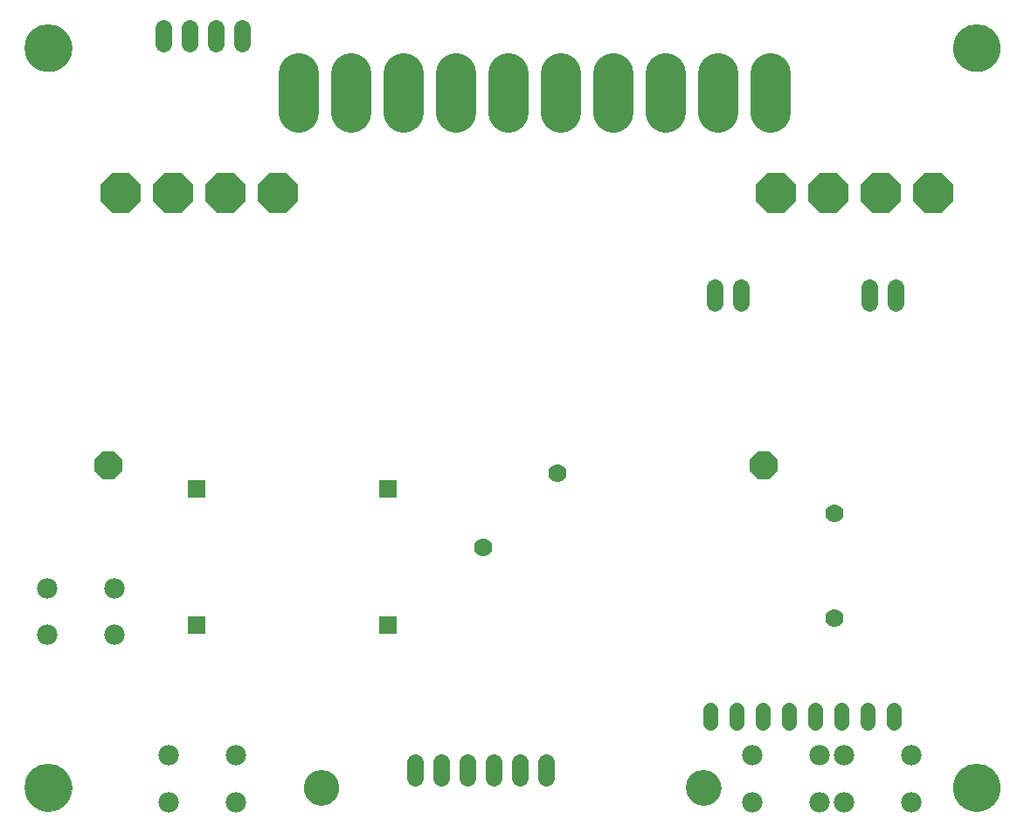
<source format=gbs>
G75*
%MOIN*%
%OFA0B0*%
%FSLAX25Y25*%
%IPPOS*%
%LPD*%
%AMOC8*
5,1,8,0,0,1.08239X$1,22.5*
%
%ADD10C,0.15400*%
%ADD11OC8,0.15400*%
%ADD12C,0.05600*%
%ADD13R,0.06896X0.06896*%
%ADD14C,0.06337*%
%ADD15C,0.00000*%
%ADD16C,0.18117*%
%ADD17C,0.06400*%
%ADD18OC8,0.10400*%
%ADD19C,0.13392*%
%ADD20C,0.07000*%
%ADD21C,0.07800*%
D10*
X0124237Y0286344D02*
X0124237Y0301344D01*
X0144237Y0301344D02*
X0144237Y0286344D01*
X0164237Y0286344D02*
X0164237Y0301344D01*
X0184237Y0301344D02*
X0184237Y0286344D01*
X0204237Y0286344D02*
X0204237Y0301344D01*
X0224237Y0301344D02*
X0224237Y0286344D01*
X0244237Y0286344D02*
X0244237Y0301344D01*
X0264237Y0301344D02*
X0264237Y0286344D01*
X0284237Y0286344D02*
X0284237Y0301344D01*
X0304237Y0301344D02*
X0304237Y0286344D01*
D11*
X0306048Y0255655D03*
X0326048Y0255655D03*
X0346048Y0255655D03*
X0366048Y0255655D03*
X0116048Y0255655D03*
X0096048Y0255655D03*
X0076048Y0255655D03*
X0056048Y0255655D03*
D12*
X0281048Y0058255D02*
X0281048Y0053055D01*
X0291048Y0053055D02*
X0291048Y0058255D01*
X0301048Y0058255D02*
X0301048Y0053055D01*
X0311048Y0053055D02*
X0311048Y0058255D01*
X0321048Y0058255D02*
X0321048Y0053055D01*
X0331048Y0053055D02*
X0331048Y0058255D01*
X0341048Y0058255D02*
X0341048Y0053055D01*
X0351048Y0053055D02*
X0351048Y0058255D01*
D13*
X0158076Y0090635D03*
X0158076Y0142604D03*
X0085241Y0142604D03*
X0085241Y0090635D03*
D14*
X0282702Y0213474D02*
X0282702Y0219411D01*
X0292702Y0219411D02*
X0292702Y0213474D01*
X0341757Y0213474D02*
X0341757Y0219411D01*
X0351757Y0219411D02*
X0351757Y0213474D01*
X0102298Y0312686D02*
X0102298Y0318623D01*
X0092298Y0318623D02*
X0092298Y0312686D01*
X0082298Y0312686D02*
X0082298Y0318623D01*
X0072298Y0318623D02*
X0072298Y0312686D01*
D15*
X0019592Y0310930D02*
X0019595Y0311147D01*
X0019603Y0311365D01*
X0019616Y0311582D01*
X0019635Y0311798D01*
X0019659Y0312014D01*
X0019688Y0312230D01*
X0019722Y0312444D01*
X0019762Y0312658D01*
X0019807Y0312871D01*
X0019857Y0313082D01*
X0019913Y0313293D01*
X0019973Y0313501D01*
X0020039Y0313709D01*
X0020110Y0313914D01*
X0020186Y0314118D01*
X0020266Y0314320D01*
X0020352Y0314520D01*
X0020442Y0314717D01*
X0020538Y0314913D01*
X0020638Y0315106D01*
X0020743Y0315296D01*
X0020852Y0315484D01*
X0020966Y0315669D01*
X0021085Y0315851D01*
X0021208Y0316031D01*
X0021335Y0316207D01*
X0021467Y0316380D01*
X0021603Y0316549D01*
X0021743Y0316716D01*
X0021887Y0316879D01*
X0022035Y0317038D01*
X0022186Y0317194D01*
X0022342Y0317345D01*
X0022501Y0317493D01*
X0022664Y0317637D01*
X0022831Y0317777D01*
X0023000Y0317913D01*
X0023173Y0318045D01*
X0023349Y0318172D01*
X0023529Y0318295D01*
X0023711Y0318414D01*
X0023896Y0318528D01*
X0024084Y0318637D01*
X0024274Y0318742D01*
X0024467Y0318842D01*
X0024663Y0318938D01*
X0024860Y0319028D01*
X0025060Y0319114D01*
X0025262Y0319194D01*
X0025466Y0319270D01*
X0025671Y0319341D01*
X0025879Y0319407D01*
X0026087Y0319467D01*
X0026298Y0319523D01*
X0026509Y0319573D01*
X0026722Y0319618D01*
X0026936Y0319658D01*
X0027150Y0319692D01*
X0027366Y0319721D01*
X0027582Y0319745D01*
X0027798Y0319764D01*
X0028015Y0319777D01*
X0028233Y0319785D01*
X0028450Y0319788D01*
X0028667Y0319785D01*
X0028885Y0319777D01*
X0029102Y0319764D01*
X0029318Y0319745D01*
X0029534Y0319721D01*
X0029750Y0319692D01*
X0029964Y0319658D01*
X0030178Y0319618D01*
X0030391Y0319573D01*
X0030602Y0319523D01*
X0030813Y0319467D01*
X0031021Y0319407D01*
X0031229Y0319341D01*
X0031434Y0319270D01*
X0031638Y0319194D01*
X0031840Y0319114D01*
X0032040Y0319028D01*
X0032237Y0318938D01*
X0032433Y0318842D01*
X0032626Y0318742D01*
X0032816Y0318637D01*
X0033004Y0318528D01*
X0033189Y0318414D01*
X0033371Y0318295D01*
X0033551Y0318172D01*
X0033727Y0318045D01*
X0033900Y0317913D01*
X0034069Y0317777D01*
X0034236Y0317637D01*
X0034399Y0317493D01*
X0034558Y0317345D01*
X0034714Y0317194D01*
X0034865Y0317038D01*
X0035013Y0316879D01*
X0035157Y0316716D01*
X0035297Y0316549D01*
X0035433Y0316380D01*
X0035565Y0316207D01*
X0035692Y0316031D01*
X0035815Y0315851D01*
X0035934Y0315669D01*
X0036048Y0315484D01*
X0036157Y0315296D01*
X0036262Y0315106D01*
X0036362Y0314913D01*
X0036458Y0314717D01*
X0036548Y0314520D01*
X0036634Y0314320D01*
X0036714Y0314118D01*
X0036790Y0313914D01*
X0036861Y0313709D01*
X0036927Y0313501D01*
X0036987Y0313293D01*
X0037043Y0313082D01*
X0037093Y0312871D01*
X0037138Y0312658D01*
X0037178Y0312444D01*
X0037212Y0312230D01*
X0037241Y0312014D01*
X0037265Y0311798D01*
X0037284Y0311582D01*
X0037297Y0311365D01*
X0037305Y0311147D01*
X0037308Y0310930D01*
X0037305Y0310713D01*
X0037297Y0310495D01*
X0037284Y0310278D01*
X0037265Y0310062D01*
X0037241Y0309846D01*
X0037212Y0309630D01*
X0037178Y0309416D01*
X0037138Y0309202D01*
X0037093Y0308989D01*
X0037043Y0308778D01*
X0036987Y0308567D01*
X0036927Y0308359D01*
X0036861Y0308151D01*
X0036790Y0307946D01*
X0036714Y0307742D01*
X0036634Y0307540D01*
X0036548Y0307340D01*
X0036458Y0307143D01*
X0036362Y0306947D01*
X0036262Y0306754D01*
X0036157Y0306564D01*
X0036048Y0306376D01*
X0035934Y0306191D01*
X0035815Y0306009D01*
X0035692Y0305829D01*
X0035565Y0305653D01*
X0035433Y0305480D01*
X0035297Y0305311D01*
X0035157Y0305144D01*
X0035013Y0304981D01*
X0034865Y0304822D01*
X0034714Y0304666D01*
X0034558Y0304515D01*
X0034399Y0304367D01*
X0034236Y0304223D01*
X0034069Y0304083D01*
X0033900Y0303947D01*
X0033727Y0303815D01*
X0033551Y0303688D01*
X0033371Y0303565D01*
X0033189Y0303446D01*
X0033004Y0303332D01*
X0032816Y0303223D01*
X0032626Y0303118D01*
X0032433Y0303018D01*
X0032237Y0302922D01*
X0032040Y0302832D01*
X0031840Y0302746D01*
X0031638Y0302666D01*
X0031434Y0302590D01*
X0031229Y0302519D01*
X0031021Y0302453D01*
X0030813Y0302393D01*
X0030602Y0302337D01*
X0030391Y0302287D01*
X0030178Y0302242D01*
X0029964Y0302202D01*
X0029750Y0302168D01*
X0029534Y0302139D01*
X0029318Y0302115D01*
X0029102Y0302096D01*
X0028885Y0302083D01*
X0028667Y0302075D01*
X0028450Y0302072D01*
X0028233Y0302075D01*
X0028015Y0302083D01*
X0027798Y0302096D01*
X0027582Y0302115D01*
X0027366Y0302139D01*
X0027150Y0302168D01*
X0026936Y0302202D01*
X0026722Y0302242D01*
X0026509Y0302287D01*
X0026298Y0302337D01*
X0026087Y0302393D01*
X0025879Y0302453D01*
X0025671Y0302519D01*
X0025466Y0302590D01*
X0025262Y0302666D01*
X0025060Y0302746D01*
X0024860Y0302832D01*
X0024663Y0302922D01*
X0024467Y0303018D01*
X0024274Y0303118D01*
X0024084Y0303223D01*
X0023896Y0303332D01*
X0023711Y0303446D01*
X0023529Y0303565D01*
X0023349Y0303688D01*
X0023173Y0303815D01*
X0023000Y0303947D01*
X0022831Y0304083D01*
X0022664Y0304223D01*
X0022501Y0304367D01*
X0022342Y0304515D01*
X0022186Y0304666D01*
X0022035Y0304822D01*
X0021887Y0304981D01*
X0021743Y0305144D01*
X0021603Y0305311D01*
X0021467Y0305480D01*
X0021335Y0305653D01*
X0021208Y0305829D01*
X0021085Y0306009D01*
X0020966Y0306191D01*
X0020852Y0306376D01*
X0020743Y0306564D01*
X0020638Y0306754D01*
X0020538Y0306947D01*
X0020442Y0307143D01*
X0020352Y0307340D01*
X0020266Y0307540D01*
X0020186Y0307742D01*
X0020110Y0307946D01*
X0020039Y0308151D01*
X0019973Y0308359D01*
X0019913Y0308567D01*
X0019857Y0308778D01*
X0019807Y0308989D01*
X0019762Y0309202D01*
X0019722Y0309416D01*
X0019688Y0309630D01*
X0019659Y0309846D01*
X0019635Y0310062D01*
X0019616Y0310278D01*
X0019603Y0310495D01*
X0019595Y0310713D01*
X0019592Y0310930D01*
X0019592Y0028450D02*
X0019595Y0028667D01*
X0019603Y0028885D01*
X0019616Y0029102D01*
X0019635Y0029318D01*
X0019659Y0029534D01*
X0019688Y0029750D01*
X0019722Y0029964D01*
X0019762Y0030178D01*
X0019807Y0030391D01*
X0019857Y0030602D01*
X0019913Y0030813D01*
X0019973Y0031021D01*
X0020039Y0031229D01*
X0020110Y0031434D01*
X0020186Y0031638D01*
X0020266Y0031840D01*
X0020352Y0032040D01*
X0020442Y0032237D01*
X0020538Y0032433D01*
X0020638Y0032626D01*
X0020743Y0032816D01*
X0020852Y0033004D01*
X0020966Y0033189D01*
X0021085Y0033371D01*
X0021208Y0033551D01*
X0021335Y0033727D01*
X0021467Y0033900D01*
X0021603Y0034069D01*
X0021743Y0034236D01*
X0021887Y0034399D01*
X0022035Y0034558D01*
X0022186Y0034714D01*
X0022342Y0034865D01*
X0022501Y0035013D01*
X0022664Y0035157D01*
X0022831Y0035297D01*
X0023000Y0035433D01*
X0023173Y0035565D01*
X0023349Y0035692D01*
X0023529Y0035815D01*
X0023711Y0035934D01*
X0023896Y0036048D01*
X0024084Y0036157D01*
X0024274Y0036262D01*
X0024467Y0036362D01*
X0024663Y0036458D01*
X0024860Y0036548D01*
X0025060Y0036634D01*
X0025262Y0036714D01*
X0025466Y0036790D01*
X0025671Y0036861D01*
X0025879Y0036927D01*
X0026087Y0036987D01*
X0026298Y0037043D01*
X0026509Y0037093D01*
X0026722Y0037138D01*
X0026936Y0037178D01*
X0027150Y0037212D01*
X0027366Y0037241D01*
X0027582Y0037265D01*
X0027798Y0037284D01*
X0028015Y0037297D01*
X0028233Y0037305D01*
X0028450Y0037308D01*
X0028667Y0037305D01*
X0028885Y0037297D01*
X0029102Y0037284D01*
X0029318Y0037265D01*
X0029534Y0037241D01*
X0029750Y0037212D01*
X0029964Y0037178D01*
X0030178Y0037138D01*
X0030391Y0037093D01*
X0030602Y0037043D01*
X0030813Y0036987D01*
X0031021Y0036927D01*
X0031229Y0036861D01*
X0031434Y0036790D01*
X0031638Y0036714D01*
X0031840Y0036634D01*
X0032040Y0036548D01*
X0032237Y0036458D01*
X0032433Y0036362D01*
X0032626Y0036262D01*
X0032816Y0036157D01*
X0033004Y0036048D01*
X0033189Y0035934D01*
X0033371Y0035815D01*
X0033551Y0035692D01*
X0033727Y0035565D01*
X0033900Y0035433D01*
X0034069Y0035297D01*
X0034236Y0035157D01*
X0034399Y0035013D01*
X0034558Y0034865D01*
X0034714Y0034714D01*
X0034865Y0034558D01*
X0035013Y0034399D01*
X0035157Y0034236D01*
X0035297Y0034069D01*
X0035433Y0033900D01*
X0035565Y0033727D01*
X0035692Y0033551D01*
X0035815Y0033371D01*
X0035934Y0033189D01*
X0036048Y0033004D01*
X0036157Y0032816D01*
X0036262Y0032626D01*
X0036362Y0032433D01*
X0036458Y0032237D01*
X0036548Y0032040D01*
X0036634Y0031840D01*
X0036714Y0031638D01*
X0036790Y0031434D01*
X0036861Y0031229D01*
X0036927Y0031021D01*
X0036987Y0030813D01*
X0037043Y0030602D01*
X0037093Y0030391D01*
X0037138Y0030178D01*
X0037178Y0029964D01*
X0037212Y0029750D01*
X0037241Y0029534D01*
X0037265Y0029318D01*
X0037284Y0029102D01*
X0037297Y0028885D01*
X0037305Y0028667D01*
X0037308Y0028450D01*
X0037305Y0028233D01*
X0037297Y0028015D01*
X0037284Y0027798D01*
X0037265Y0027582D01*
X0037241Y0027366D01*
X0037212Y0027150D01*
X0037178Y0026936D01*
X0037138Y0026722D01*
X0037093Y0026509D01*
X0037043Y0026298D01*
X0036987Y0026087D01*
X0036927Y0025879D01*
X0036861Y0025671D01*
X0036790Y0025466D01*
X0036714Y0025262D01*
X0036634Y0025060D01*
X0036548Y0024860D01*
X0036458Y0024663D01*
X0036362Y0024467D01*
X0036262Y0024274D01*
X0036157Y0024084D01*
X0036048Y0023896D01*
X0035934Y0023711D01*
X0035815Y0023529D01*
X0035692Y0023349D01*
X0035565Y0023173D01*
X0035433Y0023000D01*
X0035297Y0022831D01*
X0035157Y0022664D01*
X0035013Y0022501D01*
X0034865Y0022342D01*
X0034714Y0022186D01*
X0034558Y0022035D01*
X0034399Y0021887D01*
X0034236Y0021743D01*
X0034069Y0021603D01*
X0033900Y0021467D01*
X0033727Y0021335D01*
X0033551Y0021208D01*
X0033371Y0021085D01*
X0033189Y0020966D01*
X0033004Y0020852D01*
X0032816Y0020743D01*
X0032626Y0020638D01*
X0032433Y0020538D01*
X0032237Y0020442D01*
X0032040Y0020352D01*
X0031840Y0020266D01*
X0031638Y0020186D01*
X0031434Y0020110D01*
X0031229Y0020039D01*
X0031021Y0019973D01*
X0030813Y0019913D01*
X0030602Y0019857D01*
X0030391Y0019807D01*
X0030178Y0019762D01*
X0029964Y0019722D01*
X0029750Y0019688D01*
X0029534Y0019659D01*
X0029318Y0019635D01*
X0029102Y0019616D01*
X0028885Y0019603D01*
X0028667Y0019595D01*
X0028450Y0019592D01*
X0028233Y0019595D01*
X0028015Y0019603D01*
X0027798Y0019616D01*
X0027582Y0019635D01*
X0027366Y0019659D01*
X0027150Y0019688D01*
X0026936Y0019722D01*
X0026722Y0019762D01*
X0026509Y0019807D01*
X0026298Y0019857D01*
X0026087Y0019913D01*
X0025879Y0019973D01*
X0025671Y0020039D01*
X0025466Y0020110D01*
X0025262Y0020186D01*
X0025060Y0020266D01*
X0024860Y0020352D01*
X0024663Y0020442D01*
X0024467Y0020538D01*
X0024274Y0020638D01*
X0024084Y0020743D01*
X0023896Y0020852D01*
X0023711Y0020966D01*
X0023529Y0021085D01*
X0023349Y0021208D01*
X0023173Y0021335D01*
X0023000Y0021467D01*
X0022831Y0021603D01*
X0022664Y0021743D01*
X0022501Y0021887D01*
X0022342Y0022035D01*
X0022186Y0022186D01*
X0022035Y0022342D01*
X0021887Y0022501D01*
X0021743Y0022664D01*
X0021603Y0022831D01*
X0021467Y0023000D01*
X0021335Y0023173D01*
X0021208Y0023349D01*
X0021085Y0023529D01*
X0020966Y0023711D01*
X0020852Y0023896D01*
X0020743Y0024084D01*
X0020638Y0024274D01*
X0020538Y0024467D01*
X0020442Y0024663D01*
X0020352Y0024860D01*
X0020266Y0025060D01*
X0020186Y0025262D01*
X0020110Y0025466D01*
X0020039Y0025671D01*
X0019973Y0025879D01*
X0019913Y0026087D01*
X0019857Y0026298D01*
X0019807Y0026509D01*
X0019762Y0026722D01*
X0019722Y0026936D01*
X0019688Y0027150D01*
X0019659Y0027366D01*
X0019635Y0027582D01*
X0019616Y0027798D01*
X0019603Y0028015D01*
X0019595Y0028233D01*
X0019592Y0028450D01*
X0126088Y0028450D02*
X0126090Y0028611D01*
X0126096Y0028771D01*
X0126106Y0028932D01*
X0126120Y0029092D01*
X0126138Y0029251D01*
X0126159Y0029411D01*
X0126185Y0029569D01*
X0126215Y0029727D01*
X0126248Y0029884D01*
X0126286Y0030041D01*
X0126327Y0030196D01*
X0126372Y0030350D01*
X0126421Y0030503D01*
X0126474Y0030655D01*
X0126530Y0030805D01*
X0126590Y0030954D01*
X0126654Y0031102D01*
X0126721Y0031248D01*
X0126792Y0031392D01*
X0126867Y0031534D01*
X0126945Y0031675D01*
X0127026Y0031813D01*
X0127111Y0031950D01*
X0127200Y0032084D01*
X0127291Y0032216D01*
X0127386Y0032346D01*
X0127484Y0032473D01*
X0127585Y0032598D01*
X0127689Y0032721D01*
X0127796Y0032840D01*
X0127906Y0032957D01*
X0128019Y0033072D01*
X0128135Y0033183D01*
X0128253Y0033292D01*
X0128374Y0033397D01*
X0128498Y0033500D01*
X0128624Y0033600D01*
X0128753Y0033696D01*
X0128884Y0033789D01*
X0129017Y0033879D01*
X0129152Y0033966D01*
X0129290Y0034049D01*
X0129429Y0034128D01*
X0129571Y0034205D01*
X0129714Y0034278D01*
X0129859Y0034347D01*
X0130006Y0034412D01*
X0130154Y0034474D01*
X0130304Y0034533D01*
X0130455Y0034587D01*
X0130607Y0034638D01*
X0130761Y0034685D01*
X0130916Y0034728D01*
X0131071Y0034767D01*
X0131228Y0034803D01*
X0131386Y0034835D01*
X0131544Y0034862D01*
X0131703Y0034886D01*
X0131862Y0034906D01*
X0132022Y0034922D01*
X0132183Y0034934D01*
X0132343Y0034942D01*
X0132504Y0034946D01*
X0132664Y0034946D01*
X0132825Y0034942D01*
X0132985Y0034934D01*
X0133146Y0034922D01*
X0133306Y0034906D01*
X0133465Y0034886D01*
X0133624Y0034862D01*
X0133782Y0034835D01*
X0133940Y0034803D01*
X0134097Y0034767D01*
X0134252Y0034728D01*
X0134407Y0034685D01*
X0134561Y0034638D01*
X0134713Y0034587D01*
X0134864Y0034533D01*
X0135014Y0034474D01*
X0135162Y0034412D01*
X0135309Y0034347D01*
X0135454Y0034278D01*
X0135597Y0034205D01*
X0135739Y0034128D01*
X0135878Y0034049D01*
X0136016Y0033966D01*
X0136151Y0033879D01*
X0136284Y0033789D01*
X0136415Y0033696D01*
X0136544Y0033600D01*
X0136670Y0033500D01*
X0136794Y0033397D01*
X0136915Y0033292D01*
X0137033Y0033183D01*
X0137149Y0033072D01*
X0137262Y0032957D01*
X0137372Y0032840D01*
X0137479Y0032721D01*
X0137583Y0032598D01*
X0137684Y0032473D01*
X0137782Y0032346D01*
X0137877Y0032216D01*
X0137968Y0032084D01*
X0138057Y0031950D01*
X0138142Y0031813D01*
X0138223Y0031675D01*
X0138301Y0031534D01*
X0138376Y0031392D01*
X0138447Y0031248D01*
X0138514Y0031102D01*
X0138578Y0030954D01*
X0138638Y0030805D01*
X0138694Y0030655D01*
X0138747Y0030503D01*
X0138796Y0030350D01*
X0138841Y0030196D01*
X0138882Y0030041D01*
X0138920Y0029884D01*
X0138953Y0029727D01*
X0138983Y0029569D01*
X0139009Y0029411D01*
X0139030Y0029251D01*
X0139048Y0029092D01*
X0139062Y0028932D01*
X0139072Y0028771D01*
X0139078Y0028611D01*
X0139080Y0028450D01*
X0139078Y0028289D01*
X0139072Y0028129D01*
X0139062Y0027968D01*
X0139048Y0027808D01*
X0139030Y0027649D01*
X0139009Y0027489D01*
X0138983Y0027331D01*
X0138953Y0027173D01*
X0138920Y0027016D01*
X0138882Y0026859D01*
X0138841Y0026704D01*
X0138796Y0026550D01*
X0138747Y0026397D01*
X0138694Y0026245D01*
X0138638Y0026095D01*
X0138578Y0025946D01*
X0138514Y0025798D01*
X0138447Y0025652D01*
X0138376Y0025508D01*
X0138301Y0025366D01*
X0138223Y0025225D01*
X0138142Y0025087D01*
X0138057Y0024950D01*
X0137968Y0024816D01*
X0137877Y0024684D01*
X0137782Y0024554D01*
X0137684Y0024427D01*
X0137583Y0024302D01*
X0137479Y0024179D01*
X0137372Y0024060D01*
X0137262Y0023943D01*
X0137149Y0023828D01*
X0137033Y0023717D01*
X0136915Y0023608D01*
X0136794Y0023503D01*
X0136670Y0023400D01*
X0136544Y0023300D01*
X0136415Y0023204D01*
X0136284Y0023111D01*
X0136151Y0023021D01*
X0136016Y0022934D01*
X0135878Y0022851D01*
X0135739Y0022772D01*
X0135597Y0022695D01*
X0135454Y0022622D01*
X0135309Y0022553D01*
X0135162Y0022488D01*
X0135014Y0022426D01*
X0134864Y0022367D01*
X0134713Y0022313D01*
X0134561Y0022262D01*
X0134407Y0022215D01*
X0134252Y0022172D01*
X0134097Y0022133D01*
X0133940Y0022097D01*
X0133782Y0022065D01*
X0133624Y0022038D01*
X0133465Y0022014D01*
X0133306Y0021994D01*
X0133146Y0021978D01*
X0132985Y0021966D01*
X0132825Y0021958D01*
X0132664Y0021954D01*
X0132504Y0021954D01*
X0132343Y0021958D01*
X0132183Y0021966D01*
X0132022Y0021978D01*
X0131862Y0021994D01*
X0131703Y0022014D01*
X0131544Y0022038D01*
X0131386Y0022065D01*
X0131228Y0022097D01*
X0131071Y0022133D01*
X0130916Y0022172D01*
X0130761Y0022215D01*
X0130607Y0022262D01*
X0130455Y0022313D01*
X0130304Y0022367D01*
X0130154Y0022426D01*
X0130006Y0022488D01*
X0129859Y0022553D01*
X0129714Y0022622D01*
X0129571Y0022695D01*
X0129429Y0022772D01*
X0129290Y0022851D01*
X0129152Y0022934D01*
X0129017Y0023021D01*
X0128884Y0023111D01*
X0128753Y0023204D01*
X0128624Y0023300D01*
X0128498Y0023400D01*
X0128374Y0023503D01*
X0128253Y0023608D01*
X0128135Y0023717D01*
X0128019Y0023828D01*
X0127906Y0023943D01*
X0127796Y0024060D01*
X0127689Y0024179D01*
X0127585Y0024302D01*
X0127484Y0024427D01*
X0127386Y0024554D01*
X0127291Y0024684D01*
X0127200Y0024816D01*
X0127111Y0024950D01*
X0127026Y0025087D01*
X0126945Y0025225D01*
X0126867Y0025366D01*
X0126792Y0025508D01*
X0126721Y0025652D01*
X0126654Y0025798D01*
X0126590Y0025946D01*
X0126530Y0026095D01*
X0126474Y0026245D01*
X0126421Y0026397D01*
X0126372Y0026550D01*
X0126327Y0026704D01*
X0126286Y0026859D01*
X0126248Y0027016D01*
X0126215Y0027173D01*
X0126185Y0027331D01*
X0126159Y0027489D01*
X0126138Y0027649D01*
X0126120Y0027808D01*
X0126106Y0027968D01*
X0126096Y0028129D01*
X0126090Y0028289D01*
X0126088Y0028450D01*
X0271954Y0028450D02*
X0271956Y0028611D01*
X0271962Y0028771D01*
X0271972Y0028932D01*
X0271986Y0029092D01*
X0272004Y0029251D01*
X0272025Y0029411D01*
X0272051Y0029569D01*
X0272081Y0029727D01*
X0272114Y0029884D01*
X0272152Y0030041D01*
X0272193Y0030196D01*
X0272238Y0030350D01*
X0272287Y0030503D01*
X0272340Y0030655D01*
X0272396Y0030805D01*
X0272456Y0030954D01*
X0272520Y0031102D01*
X0272587Y0031248D01*
X0272658Y0031392D01*
X0272733Y0031534D01*
X0272811Y0031675D01*
X0272892Y0031813D01*
X0272977Y0031950D01*
X0273066Y0032084D01*
X0273157Y0032216D01*
X0273252Y0032346D01*
X0273350Y0032473D01*
X0273451Y0032598D01*
X0273555Y0032721D01*
X0273662Y0032840D01*
X0273772Y0032957D01*
X0273885Y0033072D01*
X0274001Y0033183D01*
X0274119Y0033292D01*
X0274240Y0033397D01*
X0274364Y0033500D01*
X0274490Y0033600D01*
X0274619Y0033696D01*
X0274750Y0033789D01*
X0274883Y0033879D01*
X0275018Y0033966D01*
X0275156Y0034049D01*
X0275295Y0034128D01*
X0275437Y0034205D01*
X0275580Y0034278D01*
X0275725Y0034347D01*
X0275872Y0034412D01*
X0276020Y0034474D01*
X0276170Y0034533D01*
X0276321Y0034587D01*
X0276473Y0034638D01*
X0276627Y0034685D01*
X0276782Y0034728D01*
X0276937Y0034767D01*
X0277094Y0034803D01*
X0277252Y0034835D01*
X0277410Y0034862D01*
X0277569Y0034886D01*
X0277728Y0034906D01*
X0277888Y0034922D01*
X0278049Y0034934D01*
X0278209Y0034942D01*
X0278370Y0034946D01*
X0278530Y0034946D01*
X0278691Y0034942D01*
X0278851Y0034934D01*
X0279012Y0034922D01*
X0279172Y0034906D01*
X0279331Y0034886D01*
X0279490Y0034862D01*
X0279648Y0034835D01*
X0279806Y0034803D01*
X0279963Y0034767D01*
X0280118Y0034728D01*
X0280273Y0034685D01*
X0280427Y0034638D01*
X0280579Y0034587D01*
X0280730Y0034533D01*
X0280880Y0034474D01*
X0281028Y0034412D01*
X0281175Y0034347D01*
X0281320Y0034278D01*
X0281463Y0034205D01*
X0281605Y0034128D01*
X0281744Y0034049D01*
X0281882Y0033966D01*
X0282017Y0033879D01*
X0282150Y0033789D01*
X0282281Y0033696D01*
X0282410Y0033600D01*
X0282536Y0033500D01*
X0282660Y0033397D01*
X0282781Y0033292D01*
X0282899Y0033183D01*
X0283015Y0033072D01*
X0283128Y0032957D01*
X0283238Y0032840D01*
X0283345Y0032721D01*
X0283449Y0032598D01*
X0283550Y0032473D01*
X0283648Y0032346D01*
X0283743Y0032216D01*
X0283834Y0032084D01*
X0283923Y0031950D01*
X0284008Y0031813D01*
X0284089Y0031675D01*
X0284167Y0031534D01*
X0284242Y0031392D01*
X0284313Y0031248D01*
X0284380Y0031102D01*
X0284444Y0030954D01*
X0284504Y0030805D01*
X0284560Y0030655D01*
X0284613Y0030503D01*
X0284662Y0030350D01*
X0284707Y0030196D01*
X0284748Y0030041D01*
X0284786Y0029884D01*
X0284819Y0029727D01*
X0284849Y0029569D01*
X0284875Y0029411D01*
X0284896Y0029251D01*
X0284914Y0029092D01*
X0284928Y0028932D01*
X0284938Y0028771D01*
X0284944Y0028611D01*
X0284946Y0028450D01*
X0284944Y0028289D01*
X0284938Y0028129D01*
X0284928Y0027968D01*
X0284914Y0027808D01*
X0284896Y0027649D01*
X0284875Y0027489D01*
X0284849Y0027331D01*
X0284819Y0027173D01*
X0284786Y0027016D01*
X0284748Y0026859D01*
X0284707Y0026704D01*
X0284662Y0026550D01*
X0284613Y0026397D01*
X0284560Y0026245D01*
X0284504Y0026095D01*
X0284444Y0025946D01*
X0284380Y0025798D01*
X0284313Y0025652D01*
X0284242Y0025508D01*
X0284167Y0025366D01*
X0284089Y0025225D01*
X0284008Y0025087D01*
X0283923Y0024950D01*
X0283834Y0024816D01*
X0283743Y0024684D01*
X0283648Y0024554D01*
X0283550Y0024427D01*
X0283449Y0024302D01*
X0283345Y0024179D01*
X0283238Y0024060D01*
X0283128Y0023943D01*
X0283015Y0023828D01*
X0282899Y0023717D01*
X0282781Y0023608D01*
X0282660Y0023503D01*
X0282536Y0023400D01*
X0282410Y0023300D01*
X0282281Y0023204D01*
X0282150Y0023111D01*
X0282017Y0023021D01*
X0281882Y0022934D01*
X0281744Y0022851D01*
X0281605Y0022772D01*
X0281463Y0022695D01*
X0281320Y0022622D01*
X0281175Y0022553D01*
X0281028Y0022488D01*
X0280880Y0022426D01*
X0280730Y0022367D01*
X0280579Y0022313D01*
X0280427Y0022262D01*
X0280273Y0022215D01*
X0280118Y0022172D01*
X0279963Y0022133D01*
X0279806Y0022097D01*
X0279648Y0022065D01*
X0279490Y0022038D01*
X0279331Y0022014D01*
X0279172Y0021994D01*
X0279012Y0021978D01*
X0278851Y0021966D01*
X0278691Y0021958D01*
X0278530Y0021954D01*
X0278370Y0021954D01*
X0278209Y0021958D01*
X0278049Y0021966D01*
X0277888Y0021978D01*
X0277728Y0021994D01*
X0277569Y0022014D01*
X0277410Y0022038D01*
X0277252Y0022065D01*
X0277094Y0022097D01*
X0276937Y0022133D01*
X0276782Y0022172D01*
X0276627Y0022215D01*
X0276473Y0022262D01*
X0276321Y0022313D01*
X0276170Y0022367D01*
X0276020Y0022426D01*
X0275872Y0022488D01*
X0275725Y0022553D01*
X0275580Y0022622D01*
X0275437Y0022695D01*
X0275295Y0022772D01*
X0275156Y0022851D01*
X0275018Y0022934D01*
X0274883Y0023021D01*
X0274750Y0023111D01*
X0274619Y0023204D01*
X0274490Y0023300D01*
X0274364Y0023400D01*
X0274240Y0023503D01*
X0274119Y0023608D01*
X0274001Y0023717D01*
X0273885Y0023828D01*
X0273772Y0023943D01*
X0273662Y0024060D01*
X0273555Y0024179D01*
X0273451Y0024302D01*
X0273350Y0024427D01*
X0273252Y0024554D01*
X0273157Y0024684D01*
X0273066Y0024816D01*
X0272977Y0024950D01*
X0272892Y0025087D01*
X0272811Y0025225D01*
X0272733Y0025366D01*
X0272658Y0025508D01*
X0272587Y0025652D01*
X0272520Y0025798D01*
X0272456Y0025946D01*
X0272396Y0026095D01*
X0272340Y0026245D01*
X0272287Y0026397D01*
X0272238Y0026550D01*
X0272193Y0026704D01*
X0272152Y0026859D01*
X0272114Y0027016D01*
X0272081Y0027173D01*
X0272051Y0027331D01*
X0272025Y0027489D01*
X0272004Y0027649D01*
X0271986Y0027808D01*
X0271972Y0027968D01*
X0271962Y0028129D01*
X0271956Y0028289D01*
X0271954Y0028450D01*
X0373726Y0028450D02*
X0373729Y0028667D01*
X0373737Y0028885D01*
X0373750Y0029102D01*
X0373769Y0029318D01*
X0373793Y0029534D01*
X0373822Y0029750D01*
X0373856Y0029964D01*
X0373896Y0030178D01*
X0373941Y0030391D01*
X0373991Y0030602D01*
X0374047Y0030813D01*
X0374107Y0031021D01*
X0374173Y0031229D01*
X0374244Y0031434D01*
X0374320Y0031638D01*
X0374400Y0031840D01*
X0374486Y0032040D01*
X0374576Y0032237D01*
X0374672Y0032433D01*
X0374772Y0032626D01*
X0374877Y0032816D01*
X0374986Y0033004D01*
X0375100Y0033189D01*
X0375219Y0033371D01*
X0375342Y0033551D01*
X0375469Y0033727D01*
X0375601Y0033900D01*
X0375737Y0034069D01*
X0375877Y0034236D01*
X0376021Y0034399D01*
X0376169Y0034558D01*
X0376320Y0034714D01*
X0376476Y0034865D01*
X0376635Y0035013D01*
X0376798Y0035157D01*
X0376965Y0035297D01*
X0377134Y0035433D01*
X0377307Y0035565D01*
X0377483Y0035692D01*
X0377663Y0035815D01*
X0377845Y0035934D01*
X0378030Y0036048D01*
X0378218Y0036157D01*
X0378408Y0036262D01*
X0378601Y0036362D01*
X0378797Y0036458D01*
X0378994Y0036548D01*
X0379194Y0036634D01*
X0379396Y0036714D01*
X0379600Y0036790D01*
X0379805Y0036861D01*
X0380013Y0036927D01*
X0380221Y0036987D01*
X0380432Y0037043D01*
X0380643Y0037093D01*
X0380856Y0037138D01*
X0381070Y0037178D01*
X0381284Y0037212D01*
X0381500Y0037241D01*
X0381716Y0037265D01*
X0381932Y0037284D01*
X0382149Y0037297D01*
X0382367Y0037305D01*
X0382584Y0037308D01*
X0382801Y0037305D01*
X0383019Y0037297D01*
X0383236Y0037284D01*
X0383452Y0037265D01*
X0383668Y0037241D01*
X0383884Y0037212D01*
X0384098Y0037178D01*
X0384312Y0037138D01*
X0384525Y0037093D01*
X0384736Y0037043D01*
X0384947Y0036987D01*
X0385155Y0036927D01*
X0385363Y0036861D01*
X0385568Y0036790D01*
X0385772Y0036714D01*
X0385974Y0036634D01*
X0386174Y0036548D01*
X0386371Y0036458D01*
X0386567Y0036362D01*
X0386760Y0036262D01*
X0386950Y0036157D01*
X0387138Y0036048D01*
X0387323Y0035934D01*
X0387505Y0035815D01*
X0387685Y0035692D01*
X0387861Y0035565D01*
X0388034Y0035433D01*
X0388203Y0035297D01*
X0388370Y0035157D01*
X0388533Y0035013D01*
X0388692Y0034865D01*
X0388848Y0034714D01*
X0388999Y0034558D01*
X0389147Y0034399D01*
X0389291Y0034236D01*
X0389431Y0034069D01*
X0389567Y0033900D01*
X0389699Y0033727D01*
X0389826Y0033551D01*
X0389949Y0033371D01*
X0390068Y0033189D01*
X0390182Y0033004D01*
X0390291Y0032816D01*
X0390396Y0032626D01*
X0390496Y0032433D01*
X0390592Y0032237D01*
X0390682Y0032040D01*
X0390768Y0031840D01*
X0390848Y0031638D01*
X0390924Y0031434D01*
X0390995Y0031229D01*
X0391061Y0031021D01*
X0391121Y0030813D01*
X0391177Y0030602D01*
X0391227Y0030391D01*
X0391272Y0030178D01*
X0391312Y0029964D01*
X0391346Y0029750D01*
X0391375Y0029534D01*
X0391399Y0029318D01*
X0391418Y0029102D01*
X0391431Y0028885D01*
X0391439Y0028667D01*
X0391442Y0028450D01*
X0391439Y0028233D01*
X0391431Y0028015D01*
X0391418Y0027798D01*
X0391399Y0027582D01*
X0391375Y0027366D01*
X0391346Y0027150D01*
X0391312Y0026936D01*
X0391272Y0026722D01*
X0391227Y0026509D01*
X0391177Y0026298D01*
X0391121Y0026087D01*
X0391061Y0025879D01*
X0390995Y0025671D01*
X0390924Y0025466D01*
X0390848Y0025262D01*
X0390768Y0025060D01*
X0390682Y0024860D01*
X0390592Y0024663D01*
X0390496Y0024467D01*
X0390396Y0024274D01*
X0390291Y0024084D01*
X0390182Y0023896D01*
X0390068Y0023711D01*
X0389949Y0023529D01*
X0389826Y0023349D01*
X0389699Y0023173D01*
X0389567Y0023000D01*
X0389431Y0022831D01*
X0389291Y0022664D01*
X0389147Y0022501D01*
X0388999Y0022342D01*
X0388848Y0022186D01*
X0388692Y0022035D01*
X0388533Y0021887D01*
X0388370Y0021743D01*
X0388203Y0021603D01*
X0388034Y0021467D01*
X0387861Y0021335D01*
X0387685Y0021208D01*
X0387505Y0021085D01*
X0387323Y0020966D01*
X0387138Y0020852D01*
X0386950Y0020743D01*
X0386760Y0020638D01*
X0386567Y0020538D01*
X0386371Y0020442D01*
X0386174Y0020352D01*
X0385974Y0020266D01*
X0385772Y0020186D01*
X0385568Y0020110D01*
X0385363Y0020039D01*
X0385155Y0019973D01*
X0384947Y0019913D01*
X0384736Y0019857D01*
X0384525Y0019807D01*
X0384312Y0019762D01*
X0384098Y0019722D01*
X0383884Y0019688D01*
X0383668Y0019659D01*
X0383452Y0019635D01*
X0383236Y0019616D01*
X0383019Y0019603D01*
X0382801Y0019595D01*
X0382584Y0019592D01*
X0382367Y0019595D01*
X0382149Y0019603D01*
X0381932Y0019616D01*
X0381716Y0019635D01*
X0381500Y0019659D01*
X0381284Y0019688D01*
X0381070Y0019722D01*
X0380856Y0019762D01*
X0380643Y0019807D01*
X0380432Y0019857D01*
X0380221Y0019913D01*
X0380013Y0019973D01*
X0379805Y0020039D01*
X0379600Y0020110D01*
X0379396Y0020186D01*
X0379194Y0020266D01*
X0378994Y0020352D01*
X0378797Y0020442D01*
X0378601Y0020538D01*
X0378408Y0020638D01*
X0378218Y0020743D01*
X0378030Y0020852D01*
X0377845Y0020966D01*
X0377663Y0021085D01*
X0377483Y0021208D01*
X0377307Y0021335D01*
X0377134Y0021467D01*
X0376965Y0021603D01*
X0376798Y0021743D01*
X0376635Y0021887D01*
X0376476Y0022035D01*
X0376320Y0022186D01*
X0376169Y0022342D01*
X0376021Y0022501D01*
X0375877Y0022664D01*
X0375737Y0022831D01*
X0375601Y0023000D01*
X0375469Y0023173D01*
X0375342Y0023349D01*
X0375219Y0023529D01*
X0375100Y0023711D01*
X0374986Y0023896D01*
X0374877Y0024084D01*
X0374772Y0024274D01*
X0374672Y0024467D01*
X0374576Y0024663D01*
X0374486Y0024860D01*
X0374400Y0025060D01*
X0374320Y0025262D01*
X0374244Y0025466D01*
X0374173Y0025671D01*
X0374107Y0025879D01*
X0374047Y0026087D01*
X0373991Y0026298D01*
X0373941Y0026509D01*
X0373896Y0026722D01*
X0373856Y0026936D01*
X0373822Y0027150D01*
X0373793Y0027366D01*
X0373769Y0027582D01*
X0373750Y0027798D01*
X0373737Y0028015D01*
X0373729Y0028233D01*
X0373726Y0028450D01*
X0373726Y0310930D02*
X0373729Y0311147D01*
X0373737Y0311365D01*
X0373750Y0311582D01*
X0373769Y0311798D01*
X0373793Y0312014D01*
X0373822Y0312230D01*
X0373856Y0312444D01*
X0373896Y0312658D01*
X0373941Y0312871D01*
X0373991Y0313082D01*
X0374047Y0313293D01*
X0374107Y0313501D01*
X0374173Y0313709D01*
X0374244Y0313914D01*
X0374320Y0314118D01*
X0374400Y0314320D01*
X0374486Y0314520D01*
X0374576Y0314717D01*
X0374672Y0314913D01*
X0374772Y0315106D01*
X0374877Y0315296D01*
X0374986Y0315484D01*
X0375100Y0315669D01*
X0375219Y0315851D01*
X0375342Y0316031D01*
X0375469Y0316207D01*
X0375601Y0316380D01*
X0375737Y0316549D01*
X0375877Y0316716D01*
X0376021Y0316879D01*
X0376169Y0317038D01*
X0376320Y0317194D01*
X0376476Y0317345D01*
X0376635Y0317493D01*
X0376798Y0317637D01*
X0376965Y0317777D01*
X0377134Y0317913D01*
X0377307Y0318045D01*
X0377483Y0318172D01*
X0377663Y0318295D01*
X0377845Y0318414D01*
X0378030Y0318528D01*
X0378218Y0318637D01*
X0378408Y0318742D01*
X0378601Y0318842D01*
X0378797Y0318938D01*
X0378994Y0319028D01*
X0379194Y0319114D01*
X0379396Y0319194D01*
X0379600Y0319270D01*
X0379805Y0319341D01*
X0380013Y0319407D01*
X0380221Y0319467D01*
X0380432Y0319523D01*
X0380643Y0319573D01*
X0380856Y0319618D01*
X0381070Y0319658D01*
X0381284Y0319692D01*
X0381500Y0319721D01*
X0381716Y0319745D01*
X0381932Y0319764D01*
X0382149Y0319777D01*
X0382367Y0319785D01*
X0382584Y0319788D01*
X0382801Y0319785D01*
X0383019Y0319777D01*
X0383236Y0319764D01*
X0383452Y0319745D01*
X0383668Y0319721D01*
X0383884Y0319692D01*
X0384098Y0319658D01*
X0384312Y0319618D01*
X0384525Y0319573D01*
X0384736Y0319523D01*
X0384947Y0319467D01*
X0385155Y0319407D01*
X0385363Y0319341D01*
X0385568Y0319270D01*
X0385772Y0319194D01*
X0385974Y0319114D01*
X0386174Y0319028D01*
X0386371Y0318938D01*
X0386567Y0318842D01*
X0386760Y0318742D01*
X0386950Y0318637D01*
X0387138Y0318528D01*
X0387323Y0318414D01*
X0387505Y0318295D01*
X0387685Y0318172D01*
X0387861Y0318045D01*
X0388034Y0317913D01*
X0388203Y0317777D01*
X0388370Y0317637D01*
X0388533Y0317493D01*
X0388692Y0317345D01*
X0388848Y0317194D01*
X0388999Y0317038D01*
X0389147Y0316879D01*
X0389291Y0316716D01*
X0389431Y0316549D01*
X0389567Y0316380D01*
X0389699Y0316207D01*
X0389826Y0316031D01*
X0389949Y0315851D01*
X0390068Y0315669D01*
X0390182Y0315484D01*
X0390291Y0315296D01*
X0390396Y0315106D01*
X0390496Y0314913D01*
X0390592Y0314717D01*
X0390682Y0314520D01*
X0390768Y0314320D01*
X0390848Y0314118D01*
X0390924Y0313914D01*
X0390995Y0313709D01*
X0391061Y0313501D01*
X0391121Y0313293D01*
X0391177Y0313082D01*
X0391227Y0312871D01*
X0391272Y0312658D01*
X0391312Y0312444D01*
X0391346Y0312230D01*
X0391375Y0312014D01*
X0391399Y0311798D01*
X0391418Y0311582D01*
X0391431Y0311365D01*
X0391439Y0311147D01*
X0391442Y0310930D01*
X0391439Y0310713D01*
X0391431Y0310495D01*
X0391418Y0310278D01*
X0391399Y0310062D01*
X0391375Y0309846D01*
X0391346Y0309630D01*
X0391312Y0309416D01*
X0391272Y0309202D01*
X0391227Y0308989D01*
X0391177Y0308778D01*
X0391121Y0308567D01*
X0391061Y0308359D01*
X0390995Y0308151D01*
X0390924Y0307946D01*
X0390848Y0307742D01*
X0390768Y0307540D01*
X0390682Y0307340D01*
X0390592Y0307143D01*
X0390496Y0306947D01*
X0390396Y0306754D01*
X0390291Y0306564D01*
X0390182Y0306376D01*
X0390068Y0306191D01*
X0389949Y0306009D01*
X0389826Y0305829D01*
X0389699Y0305653D01*
X0389567Y0305480D01*
X0389431Y0305311D01*
X0389291Y0305144D01*
X0389147Y0304981D01*
X0388999Y0304822D01*
X0388848Y0304666D01*
X0388692Y0304515D01*
X0388533Y0304367D01*
X0388370Y0304223D01*
X0388203Y0304083D01*
X0388034Y0303947D01*
X0387861Y0303815D01*
X0387685Y0303688D01*
X0387505Y0303565D01*
X0387323Y0303446D01*
X0387138Y0303332D01*
X0386950Y0303223D01*
X0386760Y0303118D01*
X0386567Y0303018D01*
X0386371Y0302922D01*
X0386174Y0302832D01*
X0385974Y0302746D01*
X0385772Y0302666D01*
X0385568Y0302590D01*
X0385363Y0302519D01*
X0385155Y0302453D01*
X0384947Y0302393D01*
X0384736Y0302337D01*
X0384525Y0302287D01*
X0384312Y0302242D01*
X0384098Y0302202D01*
X0383884Y0302168D01*
X0383668Y0302139D01*
X0383452Y0302115D01*
X0383236Y0302096D01*
X0383019Y0302083D01*
X0382801Y0302075D01*
X0382584Y0302072D01*
X0382367Y0302075D01*
X0382149Y0302083D01*
X0381932Y0302096D01*
X0381716Y0302115D01*
X0381500Y0302139D01*
X0381284Y0302168D01*
X0381070Y0302202D01*
X0380856Y0302242D01*
X0380643Y0302287D01*
X0380432Y0302337D01*
X0380221Y0302393D01*
X0380013Y0302453D01*
X0379805Y0302519D01*
X0379600Y0302590D01*
X0379396Y0302666D01*
X0379194Y0302746D01*
X0378994Y0302832D01*
X0378797Y0302922D01*
X0378601Y0303018D01*
X0378408Y0303118D01*
X0378218Y0303223D01*
X0378030Y0303332D01*
X0377845Y0303446D01*
X0377663Y0303565D01*
X0377483Y0303688D01*
X0377307Y0303815D01*
X0377134Y0303947D01*
X0376965Y0304083D01*
X0376798Y0304223D01*
X0376635Y0304367D01*
X0376476Y0304515D01*
X0376320Y0304666D01*
X0376169Y0304822D01*
X0376021Y0304981D01*
X0375877Y0305144D01*
X0375737Y0305311D01*
X0375601Y0305480D01*
X0375469Y0305653D01*
X0375342Y0305829D01*
X0375219Y0306009D01*
X0375100Y0306191D01*
X0374986Y0306376D01*
X0374877Y0306564D01*
X0374772Y0306754D01*
X0374672Y0306947D01*
X0374576Y0307143D01*
X0374486Y0307340D01*
X0374400Y0307540D01*
X0374320Y0307742D01*
X0374244Y0307946D01*
X0374173Y0308151D01*
X0374107Y0308359D01*
X0374047Y0308567D01*
X0373991Y0308778D01*
X0373941Y0308989D01*
X0373896Y0309202D01*
X0373856Y0309416D01*
X0373822Y0309630D01*
X0373793Y0309846D01*
X0373769Y0310062D01*
X0373750Y0310278D01*
X0373737Y0310495D01*
X0373729Y0310713D01*
X0373726Y0310930D01*
D16*
X0028450Y0028450D03*
X0028450Y0310930D03*
X0382584Y0310930D03*
X0382584Y0028450D03*
D17*
X0218352Y0032261D02*
X0218352Y0038261D01*
X0208352Y0038261D02*
X0208352Y0032261D01*
X0198352Y0032261D02*
X0198352Y0038261D01*
X0188352Y0038261D02*
X0188352Y0032261D01*
X0178352Y0032261D02*
X0178352Y0038261D01*
X0168352Y0038261D02*
X0168352Y0032261D01*
D18*
X0051481Y0151481D03*
X0301481Y0151481D03*
D19*
X0278450Y0028450D03*
X0132584Y0028450D03*
D20*
X0194406Y0120263D03*
X0222691Y0148547D03*
X0328548Y0133155D03*
X0328548Y0093155D03*
D21*
X0331998Y0040805D03*
X0322598Y0040805D03*
X0322598Y0023005D03*
X0331998Y0023005D03*
X0357598Y0023005D03*
X0357598Y0040805D03*
X0296998Y0040805D03*
X0296998Y0023005D03*
X0100098Y0023005D03*
X0100098Y0040805D03*
X0074498Y0040805D03*
X0074498Y0023005D03*
X0053848Y0086755D03*
X0053848Y0104555D03*
X0028248Y0104555D03*
X0028248Y0086755D03*
M02*

</source>
